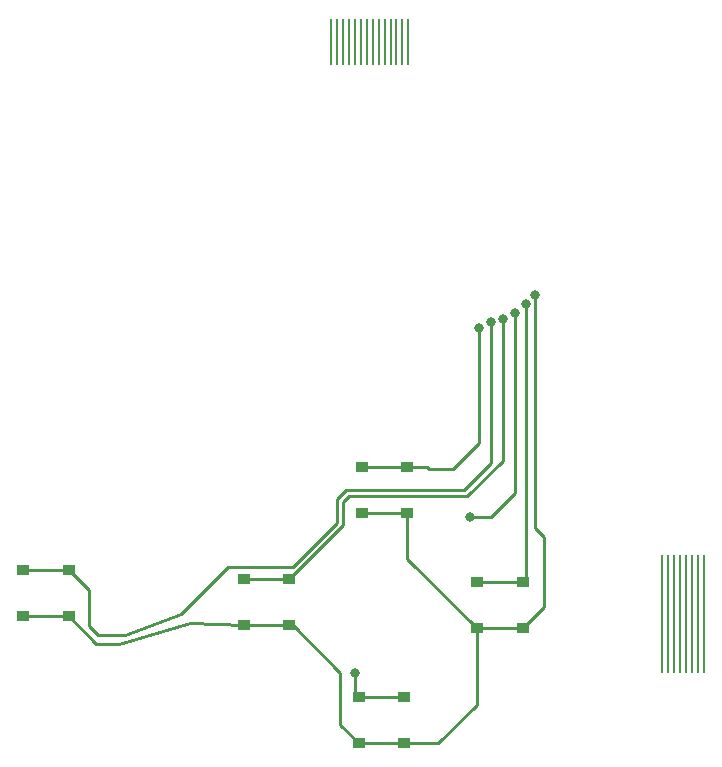
<source format=gbr>
%TF.GenerationSoftware,KiCad,Pcbnew,7.0.5*%
%TF.CreationDate,2023-07-18T08:52:37+01:00*%
%TF.ProjectId,rbuttons,72627574-746f-46e7-932e-6b696361645f,rev?*%
%TF.SameCoordinates,Original*%
%TF.FileFunction,Copper,L2,Bot*%
%TF.FilePolarity,Positive*%
%FSLAX46Y46*%
G04 Gerber Fmt 4.6, Leading zero omitted, Abs format (unit mm)*
G04 Created by KiCad (PCBNEW 7.0.5) date 2023-07-18 08:52:37*
%MOMM*%
%LPD*%
G01*
G04 APERTURE LIST*
G04 Aperture macros list*
%AMFreePoly0*
4,1,5,0.125000,-9.000000,-0.125000,-9.000000,-0.125000,1.000000,0.125000,1.000000,0.125000,-9.000000,0.125000,-9.000000,$1*%
G04 Aperture macros list end*
%TA.AperFunction,SMDPad,CuDef*%
%ADD10R,1.000000X0.900000*%
%TD*%
%TA.AperFunction,SMDPad,CuDef*%
%ADD11FreePoly0,0.000000*%
%TD*%
%TA.AperFunction,SMDPad,CuDef*%
%ADD12R,0.250000X4.000000*%
%TD*%
%TA.AperFunction,ViaPad*%
%ADD13C,0.800000*%
%TD*%
%TA.AperFunction,Conductor*%
%ADD14C,0.250000*%
%TD*%
G04 APERTURE END LIST*
D10*
%TO.P,U2,1,1*%
%TO.N,/R1*%
X77000000Y-111750000D03*
%TO.P,U2,2,2*%
%TO.N,/gnd*%
X77000000Y-115650178D03*
%TO.P,U2,3,3*%
%TO.N,/R1*%
X73139954Y-111750000D03*
%TO.P,U2,4,4*%
%TO.N,/gnd*%
X73139954Y-115650178D03*
%TD*%
%TO.P,U5,1,1*%
%TO.N,/cross*%
X115430023Y-112800038D03*
%TO.P,U5,2,2*%
%TO.N,/gnd*%
X115430023Y-116700216D03*
%TO.P,U5,3,3*%
%TO.N,/cross*%
X111569977Y-112800038D03*
%TO.P,U5,4,4*%
%TO.N,/gnd*%
X111569977Y-116700216D03*
%TD*%
%TO.P,U3,1,1*%
%TO.N,/Triangle*%
X95680023Y-112550038D03*
%TO.P,U3,2,2*%
%TO.N,/gnd*%
X95680023Y-116450216D03*
%TO.P,U3,3,3*%
%TO.N,/Triangle*%
X91819977Y-112550038D03*
%TO.P,U3,4,4*%
%TO.N,/gnd*%
X91819977Y-116450216D03*
%TD*%
D11*
%TO.P,C2,1,1*%
%TO.N,unconnected-(C2-Pad1)*%
X127250000Y-111500000D03*
%TO.P,C2,2,2*%
%TO.N,/five*%
X127750000Y-111500000D03*
%TO.P,C2,3,3*%
%TO.N,/four*%
X128250000Y-111500000D03*
%TO.P,C2,4,4*%
%TO.N,/three*%
X128750000Y-111500000D03*
%TO.P,C2,5,5*%
%TO.N,/tw*%
X129250000Y-111500000D03*
%TO.P,C2,6,6*%
%TO.N,/one*%
X129750000Y-111500000D03*
%TO.P,C2,7,7*%
%TO.N,/gnd*%
X130250000Y-111500000D03*
%TO.P,C2,8,8*%
X130750000Y-111500000D03*
%TD*%
D12*
%TO.P,C1,1,1*%
%TO.N,/Square*%
X105750000Y-67075000D03*
%TO.P,C1,2,2*%
%TO.N,/R1*%
X105250000Y-67075000D03*
%TO.P,C1,3,3*%
%TO.N,/Triangle*%
X104750000Y-67075000D03*
%TO.P,C1,4,4*%
%TO.N,/Circle*%
X104250000Y-67075000D03*
%TO.P,C1,5,5*%
%TO.N,/cross*%
X103750000Y-67075000D03*
%TO.P,C1,6,6*%
%TO.N,/gnd*%
X103250000Y-67075000D03*
%TO.P,C1,7,7*%
X102750000Y-67075000D03*
%TO.P,C1,8,8*%
X102250000Y-67075000D03*
%TO.P,C1,9,9*%
X101750000Y-67075000D03*
%TO.P,C1,10,10*%
%TO.N,/one*%
X101250000Y-67075000D03*
%TO.P,C1,11,11*%
%TO.N,/tw*%
X100750000Y-67075000D03*
%TO.P,C1,12,12*%
%TO.N,/three*%
X100250000Y-67075000D03*
%TO.P,C1,13,13*%
%TO.N,/four*%
X99750000Y-67075000D03*
%TO.P,C1,14,14*%
%TO.N,/five*%
X99250000Y-67075000D03*
%TD*%
D10*
%TO.P,U1,1,1*%
%TO.N,/Square*%
X105680023Y-103050038D03*
%TO.P,U1,2,2*%
%TO.N,/gnd*%
X105680023Y-106950216D03*
%TO.P,U1,3,3*%
%TO.N,/Square*%
X101819977Y-103050038D03*
%TO.P,U1,4,4*%
%TO.N,/gnd*%
X101819977Y-106950216D03*
%TD*%
%TO.P,U4,1,1*%
%TO.N,/Circle*%
X105430023Y-122550038D03*
%TO.P,U4,2,2*%
%TO.N,/gnd*%
X105430023Y-126450216D03*
%TO.P,U4,3,3*%
%TO.N,/Circle*%
X101569977Y-122550038D03*
%TO.P,U4,4,4*%
%TO.N,/gnd*%
X101569977Y-126450216D03*
%TD*%
D13*
%TO.N,/Square*%
X111750000Y-91250000D03*
%TO.N,/R1*%
X112750000Y-90750000D03*
%TO.N,/Triangle*%
X113750000Y-90500000D03*
%TO.N,/Circle*%
X101250000Y-120500000D03*
X111000000Y-107250000D03*
X114750000Y-90000000D03*
%TO.N,/cross*%
X115750000Y-89250000D03*
%TO.N,/gnd*%
X116500000Y-88500000D03*
%TD*%
D14*
%TO.N,/Square*%
X105680023Y-103050038D02*
X107300038Y-103050038D01*
X101819977Y-103050038D02*
X105680023Y-103050038D01*
X111750000Y-91250000D02*
X111750000Y-101000000D01*
X107300038Y-103050038D02*
X107500000Y-103250000D01*
X111750000Y-101000000D02*
X109500000Y-103250000D01*
X109500000Y-103250000D02*
X107500000Y-103250000D01*
%TO.N,/R1*%
X99750000Y-105750000D02*
X99750000Y-107750000D01*
X78750000Y-116500000D02*
X78750000Y-113500000D01*
X99750000Y-107750000D02*
X96000000Y-111500000D01*
X81750000Y-117250000D02*
X79500000Y-117250000D01*
X112750000Y-102750000D02*
X110500000Y-105000000D01*
X112750000Y-90750000D02*
X112750000Y-102750000D01*
X77000000Y-111750000D02*
X73139954Y-111750000D01*
X90500000Y-111500000D02*
X86500000Y-115500000D01*
X77000000Y-111750000D02*
X78750000Y-113500000D01*
X110500000Y-105000000D02*
X100500000Y-105000000D01*
X79500000Y-117250000D02*
X78750000Y-116500000D01*
X86500000Y-115500000D02*
X81750000Y-117250000D01*
X96000000Y-111500000D02*
X90500000Y-111500000D01*
X100500000Y-105000000D02*
X99750000Y-105750000D01*
%TO.N,/Triangle*%
X113750000Y-102500000D02*
X110750000Y-105500000D01*
X100750000Y-105500000D02*
X100250000Y-106000000D01*
X91819977Y-112550038D02*
X95680023Y-112550038D01*
X100250000Y-107980061D02*
X95680023Y-112550038D01*
X113750000Y-90500000D02*
X113750000Y-102500000D01*
X110750000Y-105500000D02*
X100750000Y-105500000D01*
X100250000Y-106000000D02*
X100250000Y-107980061D01*
%TO.N,/Circle*%
X101250000Y-120500000D02*
X101250000Y-122230061D01*
X112750000Y-107250000D02*
X114750000Y-105250000D01*
X112750000Y-107250000D02*
X111000000Y-107250000D01*
X101250000Y-122230061D02*
X101569977Y-122550038D01*
X101569977Y-122550038D02*
X105430023Y-122550038D01*
X114750000Y-90000000D02*
X114750000Y-105250000D01*
%TO.N,/cross*%
X115750000Y-89250000D02*
X115750000Y-112480061D01*
X115750000Y-112480061D02*
X115430023Y-112800038D01*
X111569977Y-112800038D02*
X115430023Y-112800038D01*
%TO.N,/gnd*%
X95950216Y-116450216D02*
X95680023Y-116450216D01*
X108299784Y-126450216D02*
X111569977Y-123180023D01*
X87250000Y-116250000D02*
X91819977Y-116450216D01*
X95680023Y-116450216D02*
X91819977Y-116450216D01*
X116500000Y-88500000D02*
X116500000Y-108250000D01*
X81250000Y-118000000D02*
X87250000Y-116250000D01*
X111569977Y-123180023D02*
X111569977Y-116700216D01*
X79349822Y-118000000D02*
X81250000Y-118000000D01*
X100000000Y-124880239D02*
X100000000Y-120500000D01*
X105680023Y-106950216D02*
X105680023Y-110810262D01*
X73139954Y-115650178D02*
X77000000Y-115650178D01*
X77000000Y-115650178D02*
X79349822Y-118000000D01*
X105430023Y-126450216D02*
X101569977Y-126450216D01*
X105430023Y-126450216D02*
X108299784Y-126450216D01*
X100000000Y-120500000D02*
X95950216Y-116450216D01*
X117250000Y-109000000D02*
X117250000Y-114880239D01*
X105680023Y-110810262D02*
X111569977Y-116700216D01*
X117250000Y-114880239D02*
X115430023Y-116700216D01*
X116500000Y-108250000D02*
X117250000Y-109000000D01*
X111569977Y-116700216D02*
X115430023Y-116700216D01*
X101819977Y-106950216D02*
X105680023Y-106950216D01*
X101569977Y-126450216D02*
X100000000Y-124880239D01*
%TD*%
M02*

</source>
